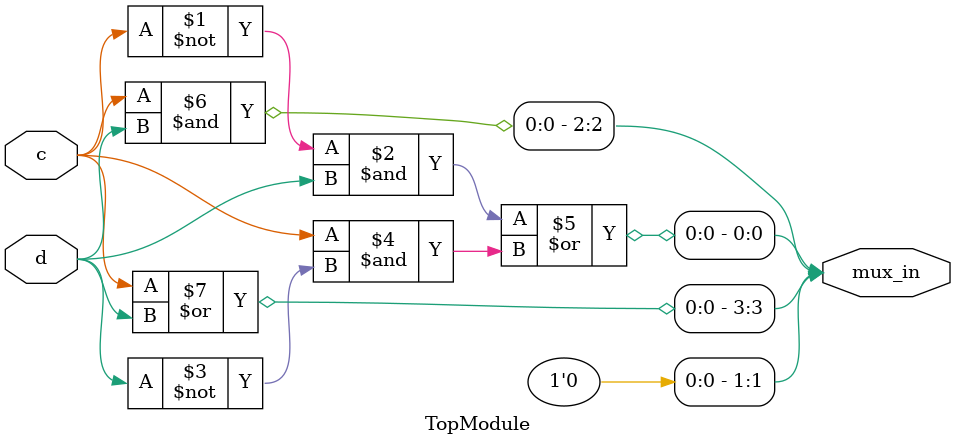
<source format=sv>
module TopModule(
    input logic c,
    input logic d,
    output logic [3:0] mux_in
);

    // mux_in[0] corresponds to ab = 00
    // From K-map: mux_in[0] = c'd + cd'
    assign mux_in[0] = (~c & d) | (c & ~d);

    // mux_in[1] corresponds to ab = 01
    // From K-map: mux_in[1] = 0
    assign mux_in[1] = 1'b0;

    // mux_in[2] corresponds to ab = 11
    // From K-map: mux_in[2] = cd
    assign mux_in[2] = c & d;

    // mux_in[3] corresponds to ab = 10
    // From K-map: mux_in[3] = c + d
    assign mux_in[3] = c | d;

endmodule
</source>
